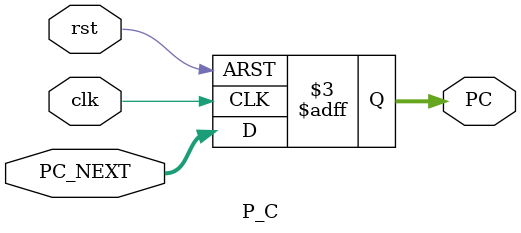
<source format=v>
module P_C(clk, rst, PC, PC_NEXT);
    input clk, rst;
    input [31:0] PC_NEXT;
    output reg [31:0] PC;

    always @(posedge clk or negedge rst) begin
        if (!rst) begin
            PC <= 32'h00000000; // Reset PC to 0
        end else begin
            PC <= PC_NEXT; // Update PC to next value
        end
    end
endmodule
</source>
